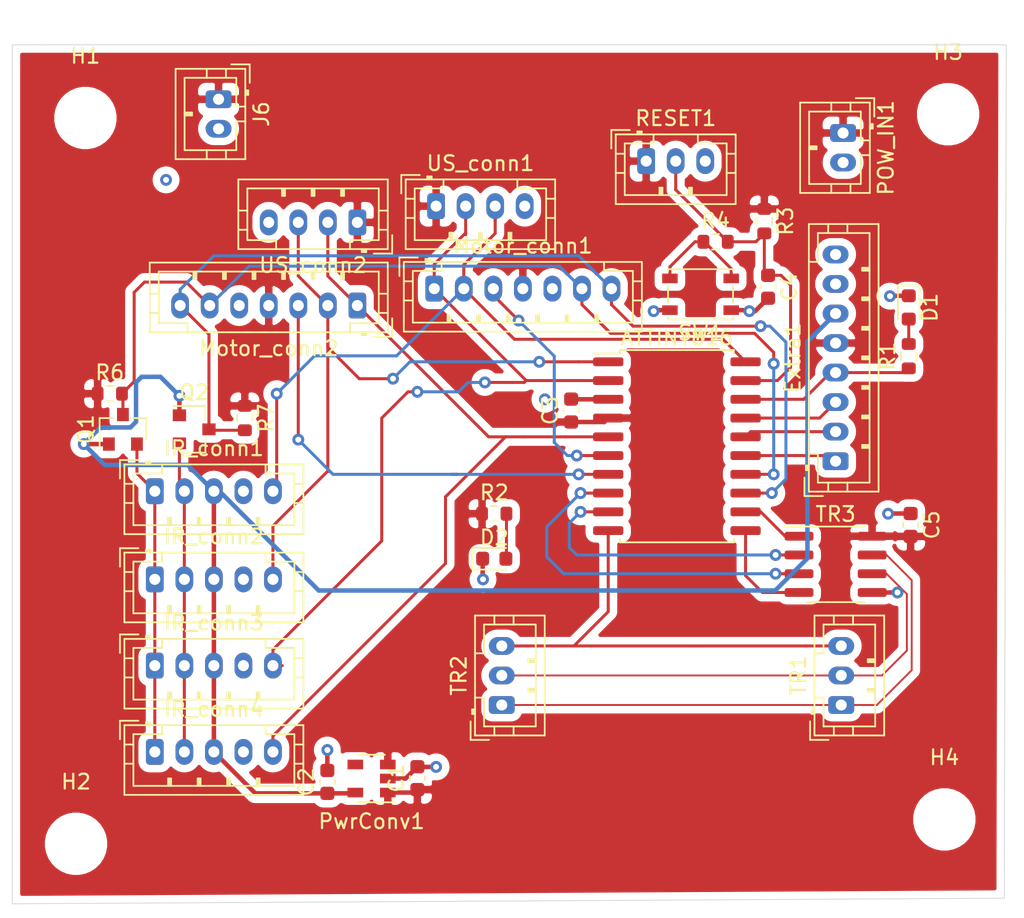
<source format=kicad_pcb>
(kicad_pcb (version 20171130) (host pcbnew "(5.1.9)-1")
  (layers (0 F.Cu signal) (1 In1.Cu signal) (2 In2.Cu signal) (31 B.Cu signal) (35 F.Paste user) (37 F.SilkS user) (39 F.Mask user) (44 Edge.Cuts user))
  (net 0 "")
  (net 1 GND)
  (net 2 +5V)
  (net 3 +3V3)
  (net 4 "Net-(D1-Pad2)")
  (net 5 "Net-(D2-Pad2)")
  (net 6 /ECHO1)
  (net 7 /SDA_3V3)
  (net 8 /SCL_3V3)
  (net 9 /ECHO2)
  (net 10 /Out3)
  (net 11 /Out4)
  (net 12 /Interrupt)
  (net 13 /DIR1)
  (net 14 /SDA)
  (net 15 /SCL)
  (net 16 /DIR2)
  (net 17 "Net-(R4-Pad1)")
  (net 18 /TXD)
  (net 19 /DataDirWrite)
  (net 20 /~DataDirRead)
  (net 21 /RXD)
  (net 22 "Net-(ATTINY816-Pad19)")
  (net 23 "Net-(ATTINY816-Pad18)")
  (net 24 "Net-(ATTINY816-Pad17)")
  (net 25 "Net-(ATTINY816-Pad16)")
  (net 26 "Net-(PwrConv1-Pad4)")
  (net 27 /D-)
  (net 28 /D+)
  (net 29 "Net-(ATTINY816-Pad15)")
  (module MountingHole:MountingHole_3.2mm_M3 (layer F.Cu) (at 173.609 77.851)
    (fp_text reference H4 (at 0 -4.2) (layer F.SilkS))
    (fp_text value MountingHole)
    (pad 1 np_thru_hole circle (at 0 0) (size 3.2 3.2) (drill 3.2) (layers *.Cu *.Mask))
  )
  (module MountingHole:MountingHole_3.2mm_M3 (layer F.Cu) (at 173.863 30.099)
    (fp_text reference H3 (at 0 -4.2) (layer F.SilkS))
    (fp_text value MountingHole)
    (pad 1 np_thru_hole circle (at 0 0) (size 3.2 3.2) (drill 3.2) (layers *.Cu *.Mask))
  )
  (module MountingHole:MountingHole_3.2mm_M3 (layer F.Cu) (at 114.808 79.502)
    (fp_text reference H2 (at 0 -4.2) (layer F.SilkS))
    (fp_text value MountingHole)
    (pad 1 np_thru_hole circle (at 0 0) (size 3.2 3.2) (drill 3.2) (layers *.Cu *.Mask))
  )
  (module MountingHole:MountingHole_3.2mm_M3 (layer F.Cu) (at 115.443 30.353)
    (fp_text reference H1 (at 0 -4.2) (layer F.SilkS))
    (fp_text value MountingHole)
    (pad 1 np_thru_hole circle (at 0 0) (size 3.2 3.2) (drill 3.2) (layers *.Cu *.Mask))
  )
  (module Connector_JST:JST_PH_B4B-PH-K_1x04_P2.00mm_Vertical (layer F.Cu) (at 133.858 37.422 180)
    (fp_text reference US_conn2 (at 3 -2.9) (layer F.SilkS))
    (fp_text value Ultra2)
    (pad 4 thru_hole oval (at 6 0 180) (size 1.2 1.75) (drill 0.75) (layers *.Cu *.Mask) (net 1 GND))
    (pad 3 thru_hole oval (at 4 0 180) (size 1.2 1.75) (drill 0.75) (layers *.Cu *.Mask) (net 9 /ECHO2))
    (pad 2 thru_hole oval (at 2 0 180) (size 1.2 1.75) (drill 0.75) (layers *.Cu *.Mask) (net 11 /Out4))
    (pad 1 thru_hole roundrect (at 0 0 180) (size 1.2 1.75) (drill 0.75) (layers *.Cu *.Mask) (roundrect_rratio 0.208333) (net 2 +5V))
  )
  (module Connector_JST:JST_PH_B4B-PH-K_1x04_P2.00mm_Vertical (layer F.Cu) (at 139.192 36.322)
    (fp_text reference US_conn1 (at 3 -2.9) (layer F.SilkS))
    (fp_text value Ultra1)
    (pad 4 thru_hole oval (at 6 0) (size 1.2 1.75) (drill 0.75) (layers *.Cu *.Mask) (net 1 GND))
    (pad 3 thru_hole oval (at 4 0) (size 1.2 1.75) (drill 0.75) (layers *.Cu *.Mask) (net 6 /ECHO1))
    (pad 2 thru_hole oval (at 2 0) (size 1.2 1.75) (drill 0.75) (layers *.Cu *.Mask) (net 10 /Out3))
    (pad 1 thru_hole roundrect (at 0 0) (size 1.2 1.75) (drill 0.75) (layers *.Cu *.Mask) (roundrect_rratio 0.208333) (net 2 +5V))
  )
  (module Package_SO:SOIC-8_3.9x4.9mm_P1.27mm (layer F.Cu) (at 166.243 60.579)
    (fp_text reference TR3 (at 0 -3.4) (layer F.SilkS))
    (fp_text value SP485CN-L_TR)
    (pad 8 smd roundrect (at 2.475 -1.905) (size 1.95 0.6) (layers F.Cu F.Paste F.Mask) (net 2 +5V))
    (pad 7 smd roundrect (at 2.475 -0.635) (size 1.95 0.6) (layers F.Cu F.Paste F.Mask) (net 27 /D-))
    (pad 6 smd roundrect (at 2.475 0.635) (size 1.95 0.6) (layers F.Cu F.Paste F.Mask) (net 28 /D+))
    (pad 5 smd roundrect (at 2.475 1.905) (size 1.95 0.6) (layers F.Cu F.Paste F.Mask) (net 1 GND))
    (pad 4 smd roundrect (at -2.475 1.905) (size 1.95 0.6) (layers F.Cu F.Paste F.Mask) (net 18 /TXD))
    (pad 3 smd roundrect (at -2.475 0.635) (size 1.95 0.6) (layers F.Cu F.Paste F.Mask) (net 19 /DataDirWrite))
    (pad 2 smd roundrect (at -2.475 -0.635) (size 1.95 0.6) (layers F.Cu F.Paste F.Mask) (net 20 /~DataDirRead))
    (pad 1 smd roundrect (at -2.475 -1.905) (size 1.95 0.6) (layers F.Cu F.Paste F.Mask) (net 21 /RXD))
  )
  (module Connector_JST:JST_PH_B3B-PH-K_1x03_P2.00mm_Vertical (layer F.Cu) (at 143.637 70.104 90)
    (fp_text reference TR2 (at 2 -2.9 90) (layer F.SilkS))
    (fp_text value Conn_01x03_Male)
    (pad 3 thru_hole oval (at 4 0 90) (size 1.2 1.75) (drill 0.75) (layers *.Cu *.Mask) (net 12 /Interrupt))
    (pad 2 thru_hole oval (at 2 0 90) (size 1.2 1.75) (drill 0.75) (layers *.Cu *.Mask) (net 28 /D+))
    (pad 1 thru_hole roundrect (at 0 0 90) (size 1.2 1.75) (drill 0.75) (layers *.Cu *.Mask) (roundrect_rratio 0.208333) (net 27 /D-))
  )
  (module Connector_JST:JST_PH_B3B-PH-K_1x03_P2.00mm_Vertical (layer F.Cu) (at 166.624 70.104 90)
    (fp_text reference TR1 (at 2 -2.9 90) (layer F.SilkS))
    (fp_text value Conn_01x03_Male)
    (pad 3 thru_hole oval (at 4 0 90) (size 1.2 1.75) (drill 0.75) (layers *.Cu *.Mask) (net 12 /Interrupt))
    (pad 2 thru_hole oval (at 2 0 90) (size 1.2 1.75) (drill 0.75) (layers *.Cu *.Mask) (net 28 /D+))
    (pad 1 thru_hole roundrect (at 0 0 90) (size 1.2 1.75) (drill 0.75) (layers *.Cu *.Mask) (roundrect_rratio 0.208333) (net 27 /D-))
  )
  (module SimpleUCLib:SW_SPST_PTS815 (layer F.Cu) (at 157.099 42.291 180)
    (fp_text reference SW1 (at 0 -2.6) (layer F.SilkS))
    (fp_text value SW_Push)
    (pad 2 smd rect (at 2.075 1.075 180) (size 1.05 0.65) (layers F.Cu F.Paste F.Mask) (net 17 "Net-(R4-Pad1)"))
    (pad 2 smd rect (at -2.075 1.075 180) (size 1.05 0.65) (layers F.Cu F.Paste F.Mask) (net 17 "Net-(R4-Pad1)"))
    (pad 1 smd rect (at 2.075 -1.075 180) (size 1.05 0.65) (layers F.Cu F.Paste F.Mask) (net 1 GND))
    (pad 1 smd rect (at -2.075 -1.075 180) (size 1.05 0.65) (layers F.Cu F.Paste F.Mask) (net 1 GND))
  )
  (module Connector_JST:JST_PH_B3B-PH-K_1x03_P2.00mm_Vertical (layer F.Cu) (at 153.416 33.274)
    (fp_text reference RESET1 (at 2 -2.9) (layer F.SilkS))
    (fp_text value Conn_01x03_Male)
    (pad 3 thru_hole oval (at 4 0) (size 1.2 1.75) (drill 0.75) (layers *.Cu *.Mask) (net 1 GND))
    (pad 2 thru_hole oval (at 2 0) (size 1.2 1.75) (drill 0.75) (layers *.Cu *.Mask) (net 22 "Net-(ATTINY816-Pad19)"))
    (pad 1 thru_hole roundrect (at 0 0) (size 1.2 1.75) (drill 0.75) (layers *.Cu *.Mask) (roundrect_rratio 0.208333) (net 2 +5V))
  )
  (module Resistor_SMD:R_0603_1608Metric (layer F.Cu) (at 126.238 50.673 270)
    (fp_text reference R7 (at 0 -1.43 90) (layer F.SilkS))
    (fp_text value 2k2)
    (pad 2 smd roundrect (at 0.825 0 270) (size 0.8 0.95) (layers F.Cu F.Paste F.Mask) (net 14 /SDA))
    (pad 1 smd roundrect (at -0.825 0 270) (size 0.8 0.95) (layers F.Cu F.Paste F.Mask) (net 2 +5V))
  )
  (module Resistor_SMD:R_0603_1608Metric (layer F.Cu) (at 117.094 49.022)
    (fp_text reference R6 (at 0 -1.43) (layer F.SilkS))
    (fp_text value 2k2)
    (pad 2 smd roundrect (at 0.825 0) (size 0.8 0.95) (layers F.Cu F.Paste F.Mask) (net 15 /SCL))
    (pad 1 smd roundrect (at -0.825 0) (size 0.8 0.95) (layers F.Cu F.Paste F.Mask) (net 2 +5V))
  )
  (module Resistor_SMD:R_0603_1608Metric (layer F.Cu) (at 158.115 38.735)
    (fp_text reference R4 (at 0 -1.43) (layer F.SilkS))
    (fp_text value 330)
    (pad 2 smd roundrect (at 0.825 0) (size 0.8 0.95) (layers F.Cu F.Paste F.Mask) (net 22 "Net-(ATTINY816-Pad19)"))
    (pad 1 smd roundrect (at -0.825 0) (size 0.8 0.95) (layers F.Cu F.Paste F.Mask) (net 17 "Net-(R4-Pad1)"))
  )
  (module Resistor_SMD:R_0603_1608Metric (layer F.Cu) (at 161.417 37.338 270)
    (fp_text reference R3 (at 0 -1.43 90) (layer F.SilkS))
    (fp_text value 10k)
    (pad 2 smd roundrect (at 0.825 0 270) (size 0.8 0.95) (layers F.Cu F.Paste F.Mask) (net 22 "Net-(ATTINY816-Pad19)"))
    (pad 1 smd roundrect (at -0.825 0 270) (size 0.8 0.95) (layers F.Cu F.Paste F.Mask) (net 2 +5V))
  )
  (module Resistor_SMD:R_0603_1608Metric (layer F.Cu) (at 143.129 57.15)
    (fp_text reference R2 (at 0 -1.43) (layer F.SilkS))
    (fp_text value R)
    (pad 2 smd roundrect (at 0.825 0) (size 0.8 0.95) (layers F.Cu F.Paste F.Mask) (net 5 "Net-(D2-Pad2)"))
    (pad 1 smd roundrect (at -0.825 0) (size 0.8 0.95) (layers F.Cu F.Paste F.Mask) (net 2 +5V))
  )
  (module Resistor_SMD:R_0603_1608Metric (layer F.Cu) (at 171.196 46.482 90)
    (fp_text reference R1 (at 0 -1.43 90) (layer F.SilkS))
    (fp_text value R)
    (pad 2 smd roundrect (at 0.825 0 90) (size 0.8 0.95) (layers F.Cu F.Paste F.Mask) (net 4 "Net-(D1-Pad2)"))
    (pad 1 smd roundrect (at -0.825 0 90) (size 0.8 0.95) (layers F.Cu F.Paste F.Mask) (net 23 "Net-(ATTINY816-Pad18)"))
  )
  (module Package_TO_SOT_SMD:SOT-23 (layer F.Cu) (at 122.809 51.435)
    (fp_text reference Q2 (at 0 -2.5) (layer F.SilkS))
    (fp_text value BSS138)
    (pad 3 smd rect (at 1 0) (size 0.9 0.8) (layers F.Cu F.Paste F.Mask) (net 14 /SDA))
    (pad 2 smd rect (at -1 0.95) (size 0.9 0.8) (layers F.Cu F.Paste F.Mask) (net 7 /SDA_3V3))
    (pad 1 smd rect (at -1 -0.95) (size 0.9 0.8) (layers F.Cu F.Paste F.Mask) (net 3 +3V3))
  )
  (module Package_TO_SOT_SMD:SOT-23 (layer F.Cu) (at 117.983 51.435 90)
    (fp_text reference Q1 (at 0 -2.5 90) (layer F.SilkS))
    (fp_text value BSS138)
    (pad 3 smd rect (at 1 0 90) (size 0.9 0.8) (layers F.Cu F.Paste F.Mask) (net 15 /SCL))
    (pad 2 smd rect (at -1 0.95 90) (size 0.9 0.8) (layers F.Cu F.Paste F.Mask) (net 8 /SCL_3V3))
    (pad 1 smd rect (at -1 -0.95 90) (size 0.9 0.8) (layers F.Cu F.Paste F.Mask) (net 3 +3V3))
  )
  (module Package_TO_SOT_SMD:SOT-23-5 (layer F.Cu) (at 134.821 75.082 180)
    (fp_text reference PwrConv1 (at 0 -2.9) (layer F.SilkS))
    (fp_text value AP7366)
    (pad 5 smd rect (at 1.1 -0.95 180) (size 1.06 0.65) (layers F.Cu F.Paste F.Mask) (net 3 +3V3))
    (pad 4 smd rect (at 1.1 0.95 180) (size 1.06 0.65) (layers F.Cu F.Paste F.Mask) (net 26 "Net-(PwrConv1-Pad4)"))
    (pad 3 smd rect (at -1.1 0.95 180) (size 1.06 0.65) (layers F.Cu F.Paste F.Mask) (net 2 +5V))
    (pad 2 smd rect (at -1.1 0 180) (size 1.06 0.65) (layers F.Cu F.Paste F.Mask) (net 1 GND))
    (pad 1 smd rect (at -1.1 -0.95 180) (size 1.06 0.65) (layers F.Cu F.Paste F.Mask) (net 2 +5V))
  )
  (module Connector_JST:JST_PH_B2B-PH-K_1x02_P2.00mm_Vertical (layer F.Cu) (at 166.751 31.369 270)
    (fp_text reference POW_IN1 (at 1 -2.9 90) (layer F.SilkS))
    (fp_text value Conn_01x02_Female)
    (pad 2 thru_hole oval (at 2 0 270) (size 1.2 1.75) (drill 0.75) (layers *.Cu *.Mask) (net 1 GND))
    (pad 1 thru_hole roundrect (at 0 0 270) (size 1.2 1.75) (drill 0.75) (layers *.Cu *.Mask) (roundrect_rratio 0.208333) (net 2 +5V))
  )
  (module Connector_JST:JST_PH_B7B-PH-K_1x07_P2.00mm_Vertical (layer F.Cu) (at 133.858 43.053 180)
    (fp_text reference Motor_conn2 (at 6 -2.9) (layer F.SilkS))
    (fp_text value Motor2)
    (pad 7 thru_hole oval (at 12 0 180) (size 1.2 1.75) (drill 0.75) (layers *.Cu *.Mask) (net 14 /SDA))
    (pad 6 thru_hole oval (at 10 0 180) (size 1.2 1.75) (drill 0.75) (layers *.Cu *.Mask) (net 15 /SCL))
    (pad 5 thru_hole oval (at 8 0 180) (size 1.2 1.75) (drill 0.75) (layers *.Cu *.Mask) (net 1 GND))
    (pad 4 thru_hole oval (at 6 0 180) (size 1.2 1.75) (drill 0.75) (layers *.Cu *.Mask) (net 2 +5V))
    (pad 3 thru_hole oval (at 4 0 180) (size 1.2 1.75) (drill 0.75) (layers *.Cu *.Mask) (net 16 /DIR2))
    (pad 2 thru_hole oval (at 2 0 180) (size 1.2 1.75) (drill 0.75) (layers *.Cu *.Mask) (net 9 /ECHO2))
    (pad 1 thru_hole roundrect (at 0 0 180) (size 1.2 1.75) (drill 0.75) (layers *.Cu *.Mask) (roundrect_rratio 0.208333) (net 11 /Out4))
  )
  (module Connector_JST:JST_PH_B7B-PH-K_1x07_P2.00mm_Vertical (layer F.Cu) (at 139.065 41.91)
    (fp_text reference Motor_conn1 (at 6 -2.9) (layer F.SilkS))
    (fp_text value Motor1)
    (pad 7 thru_hole oval (at 12 0) (size 1.2 1.75) (drill 0.75) (layers *.Cu *.Mask) (net 14 /SDA))
    (pad 6 thru_hole oval (at 10 0) (size 1.2 1.75) (drill 0.75) (layers *.Cu *.Mask) (net 15 /SCL))
    (pad 5 thru_hole oval (at 8 0) (size 1.2 1.75) (drill 0.75) (layers *.Cu *.Mask) (net 1 GND))
    (pad 4 thru_hole oval (at 6 0) (size 1.2 1.75) (drill 0.75) (layers *.Cu *.Mask) (net 2 +5V))
    (pad 3 thru_hole oval (at 4 0) (size 1.2 1.75) (drill 0.75) (layers *.Cu *.Mask) (net 13 /DIR1))
    (pad 2 thru_hole oval (at 2 0) (size 1.2 1.75) (drill 0.75) (layers *.Cu *.Mask) (net 6 /ECHO1))
    (pad 1 thru_hole roundrect (at 0 0) (size 1.2 1.75) (drill 0.75) (layers *.Cu *.Mask) (roundrect_rratio 0.208333) (net 10 /Out3))
  )
  (module Connector_JST:JST_PH_B2B-PH-K_1x02_P2.00mm_Vertical (layer F.Cu) (at 124.46 29.083 270)
    (fp_text reference J6 (at 1 -2.9 90) (layer F.SilkS))
    (fp_text value Conn_01x02_Female)
    (pad 2 thru_hole oval (at 2 0 270) (size 1.2 1.75) (drill 0.75) (layers *.Cu *.Mask) (net 1 GND))
    (pad 1 thru_hole roundrect (at 0 0 270) (size 1.2 1.75) (drill 0.75) (layers *.Cu *.Mask) (roundrect_rratio 0.208333) (net 2 +5V))
  )
  (module Connector_JST:JST_PH_B5B-PH-K_1x05_P2.00mm_Vertical (layer F.Cu) (at 120.142 73.279)
    (fp_text reference IR_conn4 (at 4 -2.9) (layer F.SilkS))
    (fp_text value IR4)
    (pad 5 thru_hole oval (at 8 0) (size 1.2 1.75) (drill 0.75) (layers *.Cu *.Mask) (net 11 /Out4))
    (pad 4 thru_hole oval (at 6 0) (size 1.2 1.75) (drill 0.75) (layers *.Cu *.Mask) (net 1 GND))
    (pad 3 thru_hole oval (at 4 0) (size 1.2 1.75) (drill 0.75) (layers *.Cu *.Mask) (net 3 +3V3))
    (pad 2 thru_hole oval (at 2 0) (size 1.2 1.75) (drill 0.75) (layers *.Cu *.Mask) (net 7 /SDA_3V3))
    (pad 1 thru_hole roundrect (at 0 0) (size 1.2 1.75) (drill 0.75) (layers *.Cu *.Mask) (roundrect_rratio 0.208333) (net 8 /SCL_3V3))
  )
  (module Connector_JST:JST_PH_B5B-PH-K_1x05_P2.00mm_Vertical (layer F.Cu) (at 120.142 67.437)
    (fp_text reference IR_conn3 (at 4 -2.9) (layer F.SilkS))
    (fp_text value IR3)
    (pad 5 thru_hole oval (at 8 0) (size 1.2 1.75) (drill 0.75) (layers *.Cu *.Mask) (net 10 /Out3))
    (pad 4 thru_hole oval (at 6 0) (size 1.2 1.75) (drill 0.75) (layers *.Cu *.Mask) (net 1 GND))
    (pad 3 thru_hole oval (at 4 0) (size 1.2 1.75) (drill 0.75) (layers *.Cu *.Mask) (net 3 +3V3))
    (pad 2 thru_hole oval (at 2 0) (size 1.2 1.75) (drill 0.75) (layers *.Cu *.Mask) (net 7 /SDA_3V3))
    (pad 1 thru_hole roundrect (at 0 0) (size 1.2 1.75) (drill 0.75) (layers *.Cu *.Mask) (roundrect_rratio 0.208333) (net 8 /SCL_3V3))
  )
  (module Connector_JST:JST_PH_B5B-PH-K_1x05_P2.00mm_Vertical (layer F.Cu) (at 120.142 61.595)
    (fp_text reference IR_conn2 (at 4 -2.9) (layer F.SilkS))
    (fp_text value IR2)
    (pad 5 thru_hole oval (at 8 0) (size 1.2 1.75) (drill 0.75) (layers *.Cu *.Mask) (net 9 /ECHO2))
    (pad 4 thru_hole oval (at 6 0) (size 1.2 1.75) (drill 0.75) (layers *.Cu *.Mask) (net 1 GND))
    (pad 3 thru_hole oval (at 4 0) (size 1.2 1.75) (drill 0.75) (layers *.Cu *.Mask) (net 3 +3V3))
    (pad 2 thru_hole oval (at 2 0) (size 1.2 1.75) (drill 0.75) (layers *.Cu *.Mask) (net 7 /SDA_3V3))
    (pad 1 thru_hole roundrect (at 0 0) (size 1.2 1.75) (drill 0.75) (layers *.Cu *.Mask) (roundrect_rratio 0.208333) (net 8 /SCL_3V3))
  )
  (module Connector_JST:JST_PH_B5B-PH-K_1x05_P2.00mm_Vertical (layer F.Cu) (at 120.142 55.626)
    (fp_text reference IR_conn1 (at 4 -2.9) (layer F.SilkS))
    (fp_text value IR1)
    (pad 5 thru_hole oval (at 8 0) (size 1.2 1.75) (drill 0.75) (layers *.Cu *.Mask) (net 6 /ECHO1))
    (pad 4 thru_hole oval (at 6 0) (size 1.2 1.75) (drill 0.75) (layers *.Cu *.Mask) (net 1 GND))
    (pad 3 thru_hole oval (at 4 0) (size 1.2 1.75) (drill 0.75) (layers *.Cu *.Mask) (net 3 +3V3))
    (pad 2 thru_hole oval (at 2 0) (size 1.2 1.75) (drill 0.75) (layers *.Cu *.Mask) (net 7 /SDA_3V3))
    (pad 1 thru_hole roundrect (at 0 0) (size 1.2 1.75) (drill 0.75) (layers *.Cu *.Mask) (roundrect_rratio 0.208333) (net 8 /SCL_3V3))
  )
  (module Connector_JST:JST_PH_B8B-PH-K_1x08_P2.00mm_Vertical (layer F.Cu) (at 166.243 53.594 90)
    (fp_text reference Extra1 (at 7 -2.9 90) (layer F.SilkS))
    (fp_text value Conn_01x08_Male)
    (pad 8 thru_hole oval (at 14 0 90) (size 1.2 1.75) (drill 0.75) (layers *.Cu *.Mask) (net 1 GND))
    (pad 7 thru_hole oval (at 12 0 90) (size 1.2 1.75) (drill 0.75) (layers *.Cu *.Mask) (net 1 GND))
    (pad 6 thru_hole oval (at 10 0 90) (size 1.2 1.75) (drill 0.75) (layers *.Cu *.Mask) (net 3 +3V3))
    (pad 5 thru_hole oval (at 8 0 90) (size 1.2 1.75) (drill 0.75) (layers *.Cu *.Mask) (net 2 +5V))
    (pad 4 thru_hole oval (at 6 0 90) (size 1.2 1.75) (drill 0.75) (layers *.Cu *.Mask) (net 23 "Net-(ATTINY816-Pad18)"))
    (pad 3 thru_hole oval (at 4 0 90) (size 1.2 1.75) (drill 0.75) (layers *.Cu *.Mask) (net 24 "Net-(ATTINY816-Pad17)"))
    (pad 2 thru_hole oval (at 2 0 90) (size 1.2 1.75) (drill 0.75) (layers *.Cu *.Mask) (net 25 "Net-(ATTINY816-Pad16)"))
    (pad 1 thru_hole roundrect (at 0 0 90) (size 1.2 1.75) (drill 0.75) (layers *.Cu *.Mask) (roundrect_rratio 0.208333) (net 29 "Net-(ATTINY816-Pad15)"))
  )
  (module LED_SMD:LED_0603_1608Metric (layer F.Cu) (at 143.129 60.198)
    (fp_text reference D2 (at 0 -1.43) (layer F.SilkS))
    (fp_text value LED)
    (pad 2 smd roundrect (at 0.7875 0) (size 0.875 0.95) (layers F.Cu F.Paste F.Mask) (net 5 "Net-(D2-Pad2)"))
    (pad 1 smd roundrect (at -0.7875 0) (size 0.875 0.95) (layers F.Cu F.Paste F.Mask) (net 1 GND))
  )
  (module LED_SMD:LED_0603_1608Metric (layer F.Cu) (at 171.196 43.18 270)
    (fp_text reference D1 (at 0 -1.43 90) (layer F.SilkS))
    (fp_text value LED)
    (pad 2 smd roundrect (at 0.7875 0 270) (size 0.875 0.95) (layers F.Cu F.Paste F.Mask) (net 4 "Net-(D1-Pad2)"))
    (pad 1 smd roundrect (at -0.7875 0 270) (size 0.875 0.95) (layers F.Cu F.Paste F.Mask) (net 1 GND))
  )
  (module Capacitor_SMD:C_0603_1608Metric (layer F.Cu) (at 171.323 57.912 270)
    (fp_text reference C5 (at 0 -1.43 270) (layer F.SilkS))
    (fp_text value 1u)
    (pad 2 smd roundrect (at 0.775 0 270) (size 0.9 0.95) (layers F.Cu F.Paste F.Mask) (net 2 +5V))
    (pad 1 smd roundrect (at -0.775 0 270) (size 0.9 0.95) (layers F.Cu F.Paste F.Mask) (net 1 GND))
  )
  (module Capacitor_SMD:C_0603_1608Metric (layer F.Cu) (at 161.671 41.783 270)
    (fp_text reference C4 (at 0 -1.43 90) (layer F.SilkS))
    (fp_text value 100n)
    (pad 2 smd roundrect (at 0.775 0 270) (size 0.9 0.95) (layers F.Cu F.Paste F.Mask) (net 1 GND))
    (pad 1 smd roundrect (at -0.775 0 270) (size 0.9 0.95) (layers F.Cu F.Paste F.Mask) (net 22 "Net-(ATTINY816-Pad19)"))
  )
  (module Capacitor_SMD:C_0603_1608Metric (layer F.Cu) (at 148.336 50.165 90)
    (fp_text reference C3 (at 0 -1.43 90) (layer F.SilkS))
    (fp_text value 1u)
    (pad 2 smd roundrect (at 0.775 0 90) (size 0.9 0.95) (layers F.Cu F.Paste F.Mask) (net 1 GND))
    (pad 1 smd roundrect (at -0.775 0 90) (size 0.9 0.95) (layers F.Cu F.Paste F.Mask) (net 2 +5V))
  )
  (module Capacitor_SMD:C_0603_1608Metric (layer F.Cu) (at 131.826 75.311 90)
    (fp_text reference C2 (at 0 -1.43 90) (layer F.SilkS))
    (fp_text value 1u)
    (pad 2 smd roundrect (at 0.775 0 90) (size 0.9 0.95) (layers F.Cu F.Paste F.Mask) (net 1 GND))
    (pad 1 smd roundrect (at -0.775 0 90) (size 0.9 0.95) (layers F.Cu F.Paste F.Mask) (net 3 +3V3))
  )
  (module Capacitor_SMD:C_0603_1608Metric (layer F.Cu) (at 137.922 75.057 90)
    (fp_text reference C1 (at 0 -1.43 90) (layer F.SilkS))
    (fp_text value 1u)
    (pad 2 smd roundrect (at 0.775 0 90) (size 0.9 0.95) (layers F.Cu F.Paste F.Mask) (net 1 GND))
    (pad 1 smd roundrect (at -0.775 0 90) (size 0.9 0.95) (layers F.Cu F.Paste F.Mask) (net 2 +5V))
  )
  (module Package_SO:SOIC-20W_7.5x12.8mm_P1.27mm (layer F.Cu) (at 155.497 52.578)
    (fp_text reference ATTINY816 (at 0 -7.35) (layer F.SilkS))
    (fp_text value ATtiny816-SS)
    (pad 20 smd roundrect (at 4.65 -5.715) (size 2.05 0.6) (layers F.Cu F.Paste F.Mask) (net 6 /ECHO1))
    (pad 19 smd roundrect (at 4.65 -4.445) (size 2.05 0.6) (layers F.Cu F.Paste F.Mask) (net 22 "Net-(ATTINY816-Pad19)"))
    (pad 18 smd roundrect (at 4.65 -3.175) (size 2.05 0.6) (layers F.Cu F.Paste F.Mask) (net 23 "Net-(ATTINY816-Pad18)"))
    (pad 17 smd roundrect (at 4.65 -1.905) (size 2.05 0.6) (layers F.Cu F.Paste F.Mask) (net 24 "Net-(ATTINY816-Pad17)"))
    (pad 16 smd roundrect (at 4.65 -0.635) (size 2.05 0.6) (layers F.Cu F.Paste F.Mask) (net 25 "Net-(ATTINY816-Pad16)"))
    (pad 15 smd roundrect (at 4.65 0.635) (size 2.05 0.6) (layers F.Cu F.Paste F.Mask) (net 29 "Net-(ATTINY816-Pad15)"))
    (pad 14 smd roundrect (at 4.65 1.905) (size 2.05 0.6) (layers F.Cu F.Paste F.Mask) (net 15 /SCL))
    (pad 13 smd roundrect (at 4.65 3.175) (size 2.05 0.6) (layers F.Cu F.Paste F.Mask) (net 14 /SDA))
    (pad 12 smd roundrect (at 4.65 4.445) (size 2.05 0.6) (layers F.Cu F.Paste F.Mask) (net 21 /RXD))
    (pad 11 smd roundrect (at 4.65 5.715) (size 2.05 0.6) (layers F.Cu F.Paste F.Mask) (net 18 /TXD))
    (pad 10 smd roundrect (at -4.65 5.715) (size 2.05 0.6) (layers F.Cu F.Paste F.Mask) (net 12 /Interrupt))
    (pad 9 smd roundrect (at -4.65 4.445) (size 2.05 0.6) (layers F.Cu F.Paste F.Mask) (net 20 /~DataDirRead))
    (pad 8 smd roundrect (at -4.65 3.175) (size 2.05 0.6) (layers F.Cu F.Paste F.Mask) (net 19 /DataDirWrite))
    (pad 7 smd roundrect (at -4.65 1.905) (size 2.05 0.6) (layers F.Cu F.Paste F.Mask) (net 16 /DIR2))
    (pad 6 smd roundrect (at -4.65 0.635) (size 2.05 0.6) (layers F.Cu F.Paste F.Mask) (net 13 /DIR1))
    (pad 5 smd roundrect (at -4.65 -0.635) (size 2.05 0.6) (layers F.Cu F.Paste F.Mask) (net 11 /Out4))
    (pad 4 smd roundrect (at -4.65 -1.905) (size 2.05 0.6) (layers F.Cu F.Paste F.Mask) (net 2 +5V))
    (pad 3 smd roundrect (at -4.65 -3.175) (size 2.05 0.6) (layers F.Cu F.Paste F.Mask) (net 1 GND))
    (pad 2 smd roundrect (at -4.65 -4.445) (size 2.05 0.6) (layers F.Cu F.Paste F.Mask) (net 10 /Out3))
    (pad 1 smd roundrect (at -4.65 -5.715) (size 2.05 0.6) (layers F.Cu F.Paste F.Mask) (net 9 /ECHO2))
  )
  (gr_line (start 112.522 25.4) (end 110.49 25.4) (layer Edge.Cuts) (width 0.05))
  (gr_line (start 110.49 83.566) (end 110.49 80.899) (layer Edge.Cuts) (width 0.05))
  (gr_line (start 177.673 83.185) (end 110.49 83.566) (layer Edge.Cuts) (width 0.05))
  (gr_line (start 177.673 80.899) (end 177.673 83.185) (layer Edge.Cuts) (width 0.05))
  (gr_line (start 177.673 80.899) (end 177.8 25.4) (layer Edge.Cuts) (width 0.05))
  (gr_line (start 110.49 25.4) (end 110.49 81.026) (layer Edge.Cuts) (width 0.05))
  (gr_line (start 177.8 25.4) (end 112.522 25.4) (layer Edge.Cuts) (width 0.05))
  (via (at 153.924 43.434) (size 0.8) (drill 0.4) (layers F.Cu B.Cu) (net 1))
  (via (at 142.367 61.595) (size 0.8) (drill 0.4) (layers F.Cu B.Cu) (net 1))
  (via (at 169.926 42.418) (size 0.8) (drill 0.4) (layers F.Cu B.Cu) (net 1))
  (via (at 160.401 43.434) (size 0.8) (drill 0.4) (layers F.Cu B.Cu) (net 1))
  (via (at 166.116 41.529) (size 0.8) (drill 0.4) (layers F.Cu B.Cu) (net 1))
  (via (at 166.243 39.624) (size 0.8) (drill 0.4) (layers F.Cu B.Cu) (net 1))
  (via (at 166.751 33.401) (size 0.8) (drill 0.4) (layers F.Cu B.Cu) (net 1))
  (via (at 157.48 33.147) (size 0.8) (drill 0.4) (layers F.Cu B.Cu) (net 1))
  (via (at 145.161 36.322) (size 0.8) (drill 0.4) (layers F.Cu B.Cu) (net 1))
  (via (at 147.066 41.91) (size 0.8) (drill 0.4) (layers F.Cu B.Cu) (net 1))
  (via (at 169.799 57.15) (size 0.8) (drill 0.4) (layers F.Cu B.Cu) (net 1))
  (via (at 170.434 62.484) (size 0.8) (drill 0.4) (layers F.Cu B.Cu) (net 1))
  (via (at 131.826 73.152) (size 0.8) (drill 0.4) (layers F.Cu B.Cu) (net 1))
  (via (at 125.857 43.053) (size 0.8) (drill 0.4) (layers F.Cu B.Cu) (net 1))
  (via (at 127.762 37.338) (size 0.8) (drill 0.4) (layers F.Cu B.Cu) (net 1))
  (via (at 120.904 34.544) (size 0.8) (drill 0.4) (layers F.Cu B.Cu) (net 1))
  (via (at 126.238 73.406) (size 0.8) (drill 0.4) (layers F.Cu B.Cu) (net 1))
  (via (at 126.111 67.564) (size 0.8) (drill 0.4) (layers F.Cu B.Cu) (net 1))
  (via (at 126.238 61.595) (size 0.8) (drill 0.4) (layers F.Cu B.Cu) (net 1))
  (via (at 126.238 55.753) (size 0.8) (drill 0.4) (layers F.Cu B.Cu) (net 1))
  (segment (start 148.349 49.403) (end 148.336 49.39) (width 0.3048) (layer F.Cu) (net 1))
  (segment (start 150.847 49.403) (end 150.847 49.403) (width 0.3048) (layer F.Cu) (net 1))
  (segment (start 137.122 75.082) (end 137.922 74.282) (width 0.3048) (layer F.Cu) (net 1))
  (segment (start 135.921 75.082) (end 135.921 75.082) (width 0.3048) (layer F.Cu) (net 1))
  (segment (start 135.921 75.082) (end 137.122 75.082) (width 0.3048) (layer F.Cu) (net 1))
  (segment (start 137.922 74.282) (end 137.922 74.282) (width 0.3048) (layer F.Cu) (net 1))
  (via (at 139.192 74.295) (size 0.8) (drill 0.4) (layers F.Cu B.Cu) (net 1))
  (segment (start 150.847 49.403) (end 148.349 49.403) (width 0.3048) (layer F.Cu) (net 1))
  (segment (start 148.349 49.403) (end 148.349 49.403) (width 0.3048) (layer F.Cu) (net 1))
  (via (at 146.558 49.403) (size 0.8) (drill 0.4) (layers F.Cu B.Cu) (net 1))
  (segment (start 153.992 43.366) (end 153.924 43.434) (width 0.3048) (layer F.Cu) (net 1))
  (segment (start 155.024 43.366) (end 153.992 43.366) (width 0.3048) (layer F.Cu) (net 1))
  (segment (start 169.9515 42.3925) (end 169.926 42.418) (width 0.3048) (layer F.Cu) (net 1))
  (segment (start 171.196 42.3925) (end 169.9515 42.3925) (width 0.3048) (layer F.Cu) (net 1))
  (segment (start 169.812 57.137) (end 169.799 57.15) (width 0.3048) (layer F.Cu) (net 1))
  (segment (start 171.323 57.137) (end 169.812 57.137) (width 0.3048) (layer F.Cu) (net 1))
  (segment (start 170.374816 62.484) (end 170.404408 62.513592) (width 0.3048) (layer F.Cu) (net 1))
  (segment (start 168.718 62.484) (end 170.374816 62.484) (width 0.3048) (layer F.Cu) (net 1))
  (segment (start 137.935 74.295) (end 137.922 74.282) (width 0.3048) (layer F.Cu) (net 1))
  (segment (start 139.192 74.295) (end 137.935 74.295) (width 0.3048) (layer F.Cu) (net 1))
  (segment (start 131.826 74.536) (end 131.826 73.152) (width 0.3048) (layer F.Cu) (net 1))
  (segment (start 160.333 43.366) (end 160.401 43.434) (width 0.3048) (layer F.Cu) (net 1))
  (segment (start 159.174 43.366) (end 160.333 43.366) (width 0.3048) (layer F.Cu) (net 1))
  (segment (start 160.795 43.434) (end 161.671 42.558) (width 0.3048) (layer F.Cu) (net 1))
  (segment (start 160.401 43.434) (end 160.795 43.434) (width 0.3048) (layer F.Cu) (net 1))
  (segment (start 142.3415 61.5695) (end 142.367 61.595) (width 0.3048) (layer F.Cu) (net 1))
  (segment (start 142.3415 60.198) (end 142.3415 61.5695) (width 0.3048) (layer F.Cu) (net 1))
  (segment (start 150.58 50.94) (end 150.847 50.673) (width 0.3048) (layer F.Cu) (net 2))
  (segment (start 148.336 50.94) (end 150.58 50.94) (width 0.3048) (layer F.Cu) (net 2))
  (segment (start 137.722 76.032) (end 137.922 75.832) (width 0.3048) (layer F.Cu) (net 2))
  (segment (start 135.921 76.032) (end 137.722 76.032) (width 0.3048) (layer F.Cu) (net 2))
  (segment (start 171.31 58.674) (end 171.323 58.687) (width 0.3048) (layer F.Cu) (net 2))
  (segment (start 168.718 58.674) (end 171.31 58.674) (width 0.3048) (layer F.Cu) (net 2))
  (segment (start 121.809 50.485) (end 121.809 49.165) (width 0.3048) (layer F.Cu) (net 3))
  (segment (start 117.033 52.435) (end 115.332 52.435) (width 0.3048) (layer F.Cu) (net 3))
  (segment (start 121.809 49.165) (end 121.809 49.165) (width 0.3048) (layer F.Cu) (net 3))
  (via (at 121.809 49.165) (size 0.8) (drill 0.4) (layers F.Cu B.Cu) (net 3))
  (segment (start 115.332 52.435) (end 115.332 52.435) (width 0.3048) (layer F.Cu) (net 3))
  (segment (start 133.667 76.086) (end 133.721 76.032) (width 0.3048) (layer F.Cu) (net 3))
  (segment (start 131.826 76.086) (end 133.667 76.086) (width 0.3048) (layer F.Cu) (net 3))
  (segment (start 124.142 73.279) (end 124.142 67.437) (width 0.3048) (layer F.Cu) (net 3))
  (segment (start 124.142 67.437) (end 124.142 61.595) (width 0.3048) (layer F.Cu) (net 3))
  (segment (start 124.142 61.595) (end 124.142 55.626) (width 0.3048) (layer F.Cu) (net 3))
  (segment (start 126.949 76.086) (end 131.826 76.086) (width 0.3048) (layer F.Cu) (net 3))
  (segment (start 124.142 73.279) (end 126.949 76.086) (width 0.3048) (layer F.Cu) (net 3))
  (segment (start 166.243 43.594) (end 166.243 43.215911) (width 0.3048) (layer F.Cu) (net 3))
  (segment (start 115.332 52.435) (end 116.745 53.848) (width 0.3048) (layer B.Cu) (net 3))
  (segment (start 122.364 53.848) (end 124.142 55.626) (width 0.3048) (layer B.Cu) (net 3))
  (segment (start 116.745 53.848) (end 122.364 53.848) (width 0.3048) (layer B.Cu) (net 3))
  (segment (start 115.332 52.435) (end 116.459 51.308) (width 0.3048) (layer B.Cu) (net 3))
  (segment (start 116.459 51.308) (end 118.491 51.308) (width 0.3048) (layer B.Cu) (net 3))
  (segment (start 118.491 51.308) (end 118.872 50.927) (width 0.3048) (layer B.Cu) (net 3))
  (segment (start 118.872 50.927) (end 118.872 48.26) (width 0.3048) (layer B.Cu) (net 3))
  (segment (start 119.253 47.879) (end 118.872 48.26) (width 0.3048) (layer B.Cu) (net 3))
  (segment (start 120.523 47.879) (end 119.253 47.879) (width 0.3048) (layer B.Cu) (net 3))
  (segment (start 120.523 47.879) (end 121.809 49.165) (width 0.3048) (layer B.Cu) (net 3))
  (via (at 115.332 52.435) (size 0.8) (drill 0.4) (layers F.Cu B.Cu) (net 3))
  (segment (start 162.159153 62.347401) (end 164.338 60.168554) (width 0.3048) (layer B.Cu) (net 3))
  (segment (start 131.24149 62.347401) (end 162.159153 62.347401) (width 0.3048) (layer B.Cu) (net 3))
  (segment (start 124.520089 55.626) (end 131.24149 62.347401) (width 0.3048) (layer B.Cu) (net 3))
  (segment (start 124.142 55.626) (end 124.520089 55.626) (width 0.3048) (layer B.Cu) (net 3))
  (segment (start 164.338 45.499) (end 166.243 43.594) (width 0.3048) (layer B.Cu) (net 3))
  (segment (start 164.338 60.168554) (end 164.338 45.499) (width 0.3048) (layer B.Cu) (net 3))
  (segment (start 171.196 43.9675) (end 171.196 45.657) (width 0.2032) (layer F.Cu) (net 4))
  (segment (start 143.954 60.1605) (end 143.9165 60.198) (width 0.2032) (layer F.Cu) (net 5))
  (segment (start 143.954 57.15) (end 143.954 60.1605) (width 0.2032) (layer F.Cu) (net 5))
  (segment (start 141.065 40.291) (end 141.065 41.91) (width 0.2032) (layer F.Cu) (net 6))
  (segment (start 143.192 38.164) (end 141.9225 39.4335) (width 0.2032) (layer F.Cu) (net 6))
  (segment (start 141.065 41.91) (end 144.494 45.339) (width 0.2032) (layer F.Cu) (net 6))
  (segment (start 158.623 45.339) (end 160.147 46.863) (width 0.2032) (layer F.Cu) (net 6))
  (segment (start 144.494 45.339) (end 158.623 45.339) (width 0.2032) (layer F.Cu) (net 6))
  (via (at 128.397 49.022) (size 0.8) (drill 0.4) (layers F.Cu B.Cu) (net 6))
  (segment (start 141.9225 39.4335) (end 141.065 40.291) (width 0.2032) (layer F.Cu) (net 6))
  (segment (start 128.142 55.626) (end 128.142 55.119) (width 0.2032) (layer F.Cu) (net 6))
  (segment (start 136.515209 46.459791) (end 141.065 41.91) (width 0.2032) (layer B.Cu) (net 6))
  (segment (start 130.959209 46.459791) (end 136.515209 46.459791) (width 0.2032) (layer B.Cu) (net 6))
  (segment (start 128.397 49.022) (end 130.959209 46.459791) (width 0.2032) (layer B.Cu) (net 6))
  (segment (start 143.192 36.322) (end 143.192 37.275) (width 0.2032) (layer F.Cu) (net 6))
  (segment (start 143.192 37.275) (end 143.192 38.164) (width 0.2032) (layer F.Cu) (net 6))
  (segment (start 143.192 35.814) (end 143.192 37.275) (width 0.2032) (layer F.Cu) (net 6))
  (segment (start 128.397 55.371) (end 128.142 55.626) (width 0.2032) (layer F.Cu) (net 6))
  (segment (start 128.397 49.022) (end 128.397 55.371) (width 0.2032) (layer F.Cu) (net 6))
  (segment (start 121.809 55.293) (end 122.142 55.626) (width 0.2032) (layer F.Cu) (net 7))
  (segment (start 121.809 52.385) (end 121.809 55.293) (width 0.2032) (layer F.Cu) (net 7))
  (segment (start 122.142 73.279) (end 122.142 67.437) (width 0.2032) (layer F.Cu) (net 7))
  (segment (start 122.142 61.595) (end 122.142 67.437) (width 0.2032) (layer F.Cu) (net 7))
  (segment (start 122.142 55.626) (end 122.142 61.595) (width 0.2032) (layer F.Cu) (net 7))
  (segment (start 118.933 54.417) (end 120.142 55.626) (width 0.2032) (layer F.Cu) (net 8))
  (segment (start 118.933 52.435) (end 118.933 54.417) (width 0.2032) (layer F.Cu) (net 8))
  (segment (start 120.142 55.626) (end 120.142 61.595) (width 0.2032) (layer F.Cu) (net 8))
  (segment (start 120.142 61.595) (end 120.142 67.437) (width 0.2032) (layer F.Cu) (net 8))
  (segment (start 120.142 67.437) (end 120.142 73.279) (width 0.2032) (layer F.Cu) (net 8))
  (segment (start 129.858 41.053) (end 131.858 43.053) (width 0.2032) (layer F.Cu) (net 9))
  (segment (start 129.858 37.084) (end 129.858 41.053) (width 0.2032) (layer F.Cu) (net 9))
  (segment (start 131.858 43.053) (end 131.858 43.275) (width 0.2032) (layer F.Cu) (net 9))
  (segment (start 131.858 45.498) (end 131.858 45.879) (width 0.2032) (layer F.Cu) (net 9))
  (segment (start 131.858 45.498) (end 131.858 43.053) (width 0.2032) (layer F.Cu) (net 9))
  (segment (start 131.858 45.879) (end 133.985 48.006) (width 0.2032) (layer F.Cu) (net 9))
  (segment (start 133.985 48.006) (end 136.271 48.006) (width 0.2032) (layer F.Cu) (net 9))
  (segment (start 150.847 46.863) (end 148.844 46.863) (width 0.2032) (layer F.Cu) (net 9))
  (segment (start 148.844 46.863) (end 148.844 46.863) (width 0.2032) (layer F.Cu) (net 9))
  (via (at 146.177 46.863) (size 0.8) (drill 0.4) (layers F.Cu B.Cu) (net 9))
  (segment (start 136.271 48.006) (end 136.271 48.006) (width 0.2032) (layer F.Cu) (net 9))
  (via (at 136.271 48.006) (size 0.8) (drill 0.4) (layers F.Cu B.Cu) (net 9))
  (segment (start 146.177 46.863) (end 148.844 46.863) (width 0.2032) (layer F.Cu) (net 9))
  (segment (start 137.414 46.863) (end 136.271 48.006) (width 0.2032) (layer B.Cu) (net 9))
  (segment (start 146.177 46.863) (end 137.414 46.863) (width 0.2032) (layer B.Cu) (net 9))
  (segment (start 131.858 45.498) (end 131.858 54.261) (width 0.2032) (layer F.Cu) (net 9))
  (segment (start 131.858 54.261) (end 131.8895 54.2925) (width 0.2032) (layer F.Cu) (net 9))
  (segment (start 128.142 57.977) (end 131.858 54.261) (width 0.2032) (layer F.Cu) (net 9))
  (segment (start 128.142 61.595) (end 128.142 57.977) (width 0.2032) (layer F.Cu) (net 9))
  (segment (start 139.065 40.259) (end 141.192 38.132) (width 0.2032) (layer F.Cu) (net 10))
  (segment (start 139.065 41.91) (end 139.065 40.259) (width 0.2032) (layer F.Cu) (net 10))
  (segment (start 141.192 38.132) (end 141.192 38.259) (width 0.2032) (layer F.Cu) (net 10))
  (segment (start 145.288 48.133) (end 150.847 48.133) (width 0.2032) (layer F.Cu) (net 10))
  (segment (start 139.065 41.91) (end 145.288 48.133) (width 0.2032) (layer F.Cu) (net 10))
  (segment (start 137.922 48.895) (end 137.922 48.895) (width 0.2032) (layer F.Cu) (net 10))
  (via (at 137.922 48.895) (size 0.8) (drill 0.4) (layers F.Cu B.Cu) (net 10))
  (segment (start 137.922 48.895) (end 140.716 48.895) (width 0.2032) (layer B.Cu) (net 10))
  (segment (start 140.716 48.895) (end 141.351 48.26) (width 0.2032) (layer B.Cu) (net 10))
  (segment (start 141.351 48.26) (end 142.494 48.26) (width 0.2032) (layer B.Cu) (net 10))
  (segment (start 142.494 48.26) (end 142.494 48.26) (width 0.2032) (layer B.Cu) (net 10))
  (via (at 142.494 48.26) (size 0.8) (drill 0.4) (layers F.Cu B.Cu) (net 10))
  (segment (start 145.161 48.26) (end 145.288 48.133) (width 0.2032) (layer F.Cu) (net 10))
  (segment (start 142.494 48.26) (end 145.161 48.26) (width 0.2032) (layer F.Cu) (net 10))
  (segment (start 128.142 67.437) (end 128.778 67.437) (width 0.2032) (layer F.Cu) (net 10))
  (segment (start 141.192 36.322) (end 141.192 37.179) (width 0.2032) (layer F.Cu) (net 10))
  (segment (start 141.192 37.179) (end 141.192 38.132) (width 0.2032) (layer F.Cu) (net 10))
  (segment (start 141.192 35.814) (end 141.192 37.179) (width 0.2032) (layer F.Cu) (net 10))
  (segment (start 137.287 48.895) (end 137.922 48.895) (width 0.2032) (layer F.Cu) (net 10))
  (segment (start 135.509 50.673) (end 137.287 48.895) (width 0.2032) (layer F.Cu) (net 10))
  (segment (start 135.509 58.9918) (end 135.509 50.673) (width 0.2032) (layer F.Cu) (net 10))
  (segment (start 128.142 66.3588) (end 135.509 58.9918) (width 0.2032) (layer F.Cu) (net 10))
  (segment (start 128.142 67.437) (end 128.142 66.3588) (width 0.2032) (layer F.Cu) (net 10))
  (segment (start 131.858 41.053) (end 133.858 43.053) (width 0.2032) (layer F.Cu) (net 11))
  (segment (start 131.858 37.084) (end 131.858 41.053) (width 0.2032) (layer F.Cu) (net 11))
  (segment (start 147.955 51.943) (end 150.847 51.943) (width 0.2032) (layer F.Cu) (net 11))
  (segment (start 145.161 51.943) (end 147.955 51.943) (width 0.2032) (layer F.Cu) (net 11))
  (segment (start 133.858 43.053) (end 142.748 51.943) (width 0.2032) (layer F.Cu) (net 11))
  (segment (start 142.748 51.943) (end 143.891 51.943) (width 0.2032) (layer F.Cu) (net 11))
  (segment (start 143.891 51.943) (end 145.161 51.943) (width 0.2032) (layer F.Cu) (net 11))
  (segment (start 139.827 60.5158) (end 139.827 56.007) (width 0.2032) (layer F.Cu) (net 11))
  (segment (start 128.142 73.279) (end 128.142 72.2008) (width 0.2032) (layer F.Cu) (net 11))
  (segment (start 128.142 72.2008) (end 139.827 60.5158) (width 0.2032) (layer F.Cu) (net 11))
  (segment (start 143.891 51.943) (end 139.827 56.007) (width 0.2032) (layer F.Cu) (net 11))
  (segment (start 150.847 63.783) (end 148.526 66.104) (width 0.2032) (layer F.Cu) (net 12))
  (segment (start 150.847 58.293) (end 150.847 63.783) (width 0.2032) (layer F.Cu) (net 12))
  (segment (start 143.637 66.104) (end 148.526 66.104) (width 0.2032) (layer F.Cu) (net 12))
  (segment (start 148.526 66.104) (end 156.781 66.104) (width 0.2032) (layer F.Cu) (net 12))
  (segment (start 164.274 66.104) (end 164.148 66.104) (width 0.2032) (layer F.Cu) (net 12))
  (segment (start 156.781 66.104) (end 164.274 66.104) (width 0.2032) (layer F.Cu) (net 12))
  (segment (start 166.624 66.104) (end 164.274 66.104) (width 0.2032) (layer F.Cu) (net 12))
  (segment (start 143.065 41.91) (end 143.065 42.354) (width 0.2032) (layer F.Cu) (net 13))
  (segment (start 143.065 42.354) (end 144.78 44.069) (width 0.2032) (layer F.Cu) (net 13))
  (via (at 144.78 44.069) (size 0.8) (drill 0.4) (layers F.Cu B.Cu) (net 13))
  (segment (start 150.847 53.213) (end 148.717 53.213) (width 0.2032) (layer F.Cu) (net 13))
  (segment (start 148.717 53.213) (end 148.717 53.213) (width 0.2032) (layer F.Cu) (net 13))
  (via (at 148.717 53.213) (size 0.8) (drill 0.4) (layers F.Cu B.Cu) (net 13))
  (segment (start 148.082 53.213) (end 148.717 53.213) (width 0.2032) (layer B.Cu) (net 13))
  (segment (start 147.193 52.324) (end 148.082 53.213) (width 0.2032) (layer B.Cu) (net 13))
  (segment (start 147.193 46.482) (end 147.193 52.324) (width 0.2032) (layer B.Cu) (net 13))
  (segment (start 144.78 44.069) (end 147.193 46.482) (width 0.2032) (layer B.Cu) (net 13))
  (via (at 161.163 44.45) (size 0.8) (drill 0.4) (layers F.Cu B.Cu) (net 14))
  (segment (start 123.873 51.498) (end 123.809 51.562) (width 0.2032) (layer F.Cu) (net 14))
  (segment (start 126.238 51.498) (end 123.873 51.498) (width 0.2032) (layer F.Cu) (net 14))
  (segment (start 148.839399 39.684399) (end 151.065 41.91) (width 0.2032) (layer B.Cu) (net 14))
  (segment (start 160.147 55.753) (end 161.798 55.753) (width 0.2032) (layer F.Cu) (net 14))
  (segment (start 161.798 55.753) (end 161.925 55.753) (width 0.2032) (layer F.Cu) (net 14))
  (via (at 161.925 55.753) (size 0.8) (drill 0.4) (layers F.Cu B.Cu) (net 14))
  (segment (start 162.052 55.753) (end 161.798 55.753) (width 0.2032) (layer F.Cu) (net 14))
  (segment (start 151.065 42.9882) (end 152.5268 44.45) (width 0.2032) (layer F.Cu) (net 14))
  (segment (start 151.065 41.91) (end 151.065 42.9882) (width 0.2032) (layer F.Cu) (net 14))
  (segment (start 152.5268 44.45) (end 160.844224 44.45) (width 0.2032) (layer F.Cu) (net 14))
  (segment (start 160.844224 44.45) (end 161.163 44.45) (width 0.2032) (layer F.Cu) (net 14))
  (segment (start 162.880601 54.797399) (end 161.925 55.753) (width 0.2032) (layer B.Cu) (net 14))
  (segment (start 161.798 44.45) (end 162.880601 45.532601) (width 0.2032) (layer B.Cu) (net 14))
  (segment (start 162.880601 45.532601) (end 162.880601 54.797399) (width 0.2032) (layer B.Cu) (net 14))
  (segment (start 161.163 44.45) (end 161.798 44.45) (width 0.2032) (layer B.Cu) (net 14))
  (segment (start 121.858 43.053) (end 121.858 41.965798) (width 0.2032) (layer B.Cu) (net 14))
  (segment (start 124.139399 39.684399) (end 148.839399 39.684399) (width 0.2032) (layer B.Cu) (net 14))
  (segment (start 121.858 41.965798) (end 124.139399 39.684399) (width 0.2032) (layer B.Cu) (net 14))
  (segment (start 123.809 45.004) (end 121.858 43.053) (width 0.2032) (layer F.Cu) (net 14))
  (segment (start 123.809 51.435) (end 123.809 45.004) (width 0.2032) (layer F.Cu) (net 14))
  (segment (start 117.983 48.958) (end 117.983 50.562) (width 0.2032) (layer F.Cu) (net 15))
  (segment (start 122.27 41.465) (end 123.858 43.053) (width 0.2032) (layer F.Cu) (net 15))
  (segment (start 118.745 42.164) (end 119.444 41.465) (width 0.2032) (layer F.Cu) (net 15))
  (segment (start 119.444 41.465) (end 122.27 41.465) (width 0.2032) (layer F.Cu) (net 15))
  (segment (start 160.147 54.483) (end 162.179 54.483) (width 0.2032) (layer F.Cu) (net 15))
  (segment (start 162.179 54.483) (end 162.179 54.483) (width 0.2032) (layer F.Cu) (net 15))
  (via (at 162.052 54.483) (size 0.8) (drill 0.4) (layers F.Cu B.Cu) (net 15))
  (segment (start 151.01259 44.93579) (end 160.75979 44.93579) (width 0.2032) (layer F.Cu) (net 15))
  (segment (start 149.065 42.9882) (end 151.01259 44.93579) (width 0.2032) (layer F.Cu) (net 15))
  (segment (start 149.065 41.91) (end 149.065 42.9882) (width 0.2032) (layer F.Cu) (net 15))
  (segment (start 160.75979 44.93579) (end 162.052 46.228) (width 0.2032) (layer F.Cu) (net 15))
  (segment (start 162.052 46.228) (end 162.052 46.99) (width 0.2032) (layer F.Cu) (net 15))
  (segment (start 162.052 46.99) (end 162.052 46.99) (width 0.2032) (layer F.Cu) (net 15))
  (via (at 162.052 46.99) (size 0.8) (drill 0.4) (layers F.Cu B.Cu) (net 15))
  (segment (start 162.052 46.99) (end 162.052 46.99) (width 0.2032) (layer F.Cu) (net 15))
  (via (at 162.052 46.99) (size 0.8) (drill 0.4) (layers F.Cu B.Cu) (net 15))
  (segment (start 162.052 46.99) (end 162.052 54.483) (width 0.2032) (layer B.Cu) (net 15))
  (segment (start 118.745 48.196) (end 117.919 49.022) (width 0.2032) (layer F.Cu) (net 15))
  (segment (start 118.745 42.164) (end 118.745 48.196) (width 0.2032) (layer F.Cu) (net 15))
  (segment (start 126.525 40.386) (end 123.858 43.053) (width 0.2032) (layer B.Cu) (net 15))
  (segment (start 147.541 40.386) (end 126.525 40.386) (width 0.2032) (layer B.Cu) (net 15))
  (segment (start 149.065 41.91) (end 147.541 40.386) (width 0.2032) (layer B.Cu) (net 15))
  (segment (start 150.847 54.483) (end 148.844 54.483) (width 0.2032) (layer F.Cu) (net 16))
  (segment (start 129.858 43.053) (end 129.858 52.134) (width 0.2032) (layer F.Cu) (net 16))
  (segment (start 148.844 54.483) (end 148.844 54.483) (width 0.2032) (layer F.Cu) (net 16))
  (via (at 148.844 54.483) (size 0.8) (drill 0.4) (layers F.Cu B.Cu) (net 16))
  (segment (start 129.858 52.134) (end 129.858 52.134) (width 0.2032) (layer F.Cu) (net 16))
  (via (at 129.858 52.134) (size 0.8) (drill 0.4) (layers F.Cu B.Cu) (net 16))
  (segment (start 129.858 52.134) (end 132.207 54.483) (width 0.2032) (layer B.Cu) (net 16))
  (segment (start 132.207 54.483) (end 140.589 54.483) (width 0.2032) (layer B.Cu) (net 16))
  (segment (start 140.589 54.483) (end 140.208 54.483) (width 0.2032) (layer B.Cu) (net 16))
  (segment (start 148.844 54.483) (end 140.589 54.483) (width 0.2032) (layer B.Cu) (net 16))
  (segment (start 157.29 38.735) (end 157.353 38.735) (width 0.2032) (layer F.Cu) (net 17))
  (segment (start 159.174 40.556) (end 159.174 41.216) (width 0.2032) (layer F.Cu) (net 17))
  (segment (start 157.353 38.735) (end 159.174 40.556) (width 0.2032) (layer F.Cu) (net 17))
  (segment (start 157.29 38.735) (end 156.718 38.735) (width 0.2032) (layer F.Cu) (net 17))
  (segment (start 155.024 40.429) (end 155.024 41.216) (width 0.2032) (layer F.Cu) (net 17))
  (segment (start 156.718 38.735) (end 155.024 40.429) (width 0.2032) (layer F.Cu) (net 17))
  (segment (start 162.793 62.484) (end 163.768 62.484) (width 0.2032) (layer F.Cu) (net 18))
  (segment (start 160.147 58.293) (end 160.147 59.838) (width 0.2032) (layer F.Cu) (net 18))
  (segment (start 163.768 62.484) (end 161.29 62.484) (width 0.2032) (layer F.Cu) (net 18))
  (segment (start 160.147 61.341) (end 160.147 59.838) (width 0.2032) (layer F.Cu) (net 18))
  (segment (start 161.29 62.484) (end 160.147 61.341) (width 0.2032) (layer F.Cu) (net 18))
  (segment (start 163.768 61.214) (end 162.179 61.214) (width 0.2032) (layer F.Cu) (net 19))
  (segment (start 162.179 61.214) (end 162.179 61.214) (width 0.2032) (layer F.Cu) (net 19))
  (via (at 162.179 61.214) (size 0.8) (drill 0.4) (layers F.Cu B.Cu) (net 19))
  (segment (start 150.847 55.753) (end 148.971 55.753) (width 0.2032) (layer F.Cu) (net 19))
  (segment (start 148.971 55.753) (end 148.971 55.753) (width 0.2032) (layer F.Cu) (net 19))
  (via (at 148.971 55.753) (size 0.8) (drill 0.4) (layers F.Cu B.Cu) (net 19))
  (segment (start 148.971 55.753) (end 148.971 55.753) (width 0.2032) (layer F.Cu) (net 19))
  (via (at 148.971 55.753) (size 0.8) (drill 0.4) (layers F.Cu B.Cu) (net 19))
  (segment (start 148.971 55.753) (end 146.685 58.039) (width 0.2032) (layer B.Cu) (net 19))
  (segment (start 146.685 58.039) (end 146.685 60.071) (width 0.2032) (layer B.Cu) (net 19))
  (segment (start 147.828 61.214) (end 162.179 61.214) (width 0.2032) (layer B.Cu) (net 19))
  (segment (start 146.685 60.071) (end 147.828 61.214) (width 0.2032) (layer B.Cu) (net 19))
  (segment (start 163.768 59.944) (end 162.179 59.944) (width 0.2032) (layer F.Cu) (net 20))
  (segment (start 162.179 59.944) (end 162.179 59.944) (width 0.2032) (layer F.Cu) (net 20))
  (via (at 162.179 59.944) (size 0.8) (drill 0.4) (layers F.Cu B.Cu) (net 20))
  (segment (start 150.847 57.023) (end 148.971 57.023) (width 0.2032) (layer F.Cu) (net 20))
  (segment (start 148.971 57.023) (end 148.971 57.023) (width 0.2032) (layer F.Cu) (net 20))
  (via (at 148.971 57.023) (size 0.8) (drill 0.4) (layers F.Cu B.Cu) (net 20))
  (segment (start 148.971 57.023) (end 148.209 57.785) (width 0.2032) (layer B.Cu) (net 20))
  (segment (start 148.209 57.785) (end 148.209 59.436) (width 0.2032) (layer B.Cu) (net 20))
  (segment (start 148.717 59.944) (end 162.179 59.944) (width 0.2032) (layer B.Cu) (net 20))
  (segment (start 148.209 59.436) (end 148.717 59.944) (width 0.2032) (layer B.Cu) (net 20))
  (segment (start 162.823 58.674) (end 163.768 58.674) (width 0.2032) (layer F.Cu) (net 21))
  (segment (start 161.172 57.023) (end 162.823 58.674) (width 0.2032) (layer F.Cu) (net 21))
  (segment (start 160.147 57.023) (end 161.172 57.023) (width 0.2032) (layer F.Cu) (net 21))
  (segment (start 161.671 41.008) (end 162.547 41.008) (width 0.2032) (layer F.Cu) (net 22))
  (segment (start 162.547 41.008) (end 163.195 41.656) (width 0.2032) (layer F.Cu) (net 22))
  (segment (start 163.195 41.656) (end 163.195 47.244) (width 0.2032) (layer F.Cu) (net 22))
  (segment (start 162.306 48.133) (end 160.147 48.133) (width 0.2032) (layer F.Cu) (net 22))
  (segment (start 163.195 47.244) (end 162.306 48.133) (width 0.2032) (layer F.Cu) (net 22))
  (segment (start 160.845 38.735) (end 161.417 38.163) (width 0.2032) (layer F.Cu) (net 22))
  (segment (start 158.94 38.735) (end 160.845 38.735) (width 0.2032) (layer F.Cu) (net 22))
  (segment (start 161.417 40.754) (end 161.671 41.008) (width 0.2032) (layer F.Cu) (net 22))
  (segment (start 161.417 38.163) (end 161.417 40.754) (width 0.2032) (layer F.Cu) (net 22))
  (segment (start 155.416 35.211) (end 158.94 38.735) (width 0.2032) (layer F.Cu) (net 22))
  (segment (start 155.416 33.274) (end 155.416 35.211) (width 0.2032) (layer F.Cu) (net 22))
  (segment (start 166.243 47.594) (end 165.893 47.594) (width 0.2032) (layer F.Cu) (net 23))
  (segment (start 164.084 49.403) (end 160.147 49.403) (width 0.2032) (layer F.Cu) (net 23))
  (segment (start 165.893 47.594) (end 164.084 49.403) (width 0.2032) (layer F.Cu) (net 23))
  (segment (start 170.909 47.594) (end 171.196 47.307) (width 0.2032) (layer F.Cu) (net 23))
  (segment (start 166.243 47.594) (end 170.909 47.594) (width 0.2032) (layer F.Cu) (net 23))
  (segment (start 166.243 49.594) (end 165.164 50.673) (width 0.2032) (layer F.Cu) (net 24))
  (segment (start 165.164 50.673) (end 160.147 50.673) (width 0.2032) (layer F.Cu) (net 24))
  (segment (start 160.496 51.594) (end 160.147 51.943) (width 0.2032) (layer F.Cu) (net 25))
  (segment (start 166.243 51.594) (end 160.496 51.594) (width 0.2032) (layer F.Cu) (net 25))
  (segment (start 166.624 68.104) (end 143.637 68.104) (width 0.127) (layer F.Cu) (net 28))
  (segment (start 143.637 70.104) (end 166.624 70.104) (width 0.127) (layer F.Cu) (net 27))
  (segment (start 166.624 70.104) (end 169.037 70.104) (width 0.127) (layer F.Cu) (net 27))
  (segment (start 169.693 59.944) (end 168.718 59.944) (width 0.127) (layer F.Cu) (net 27))
  (segment (start 171.39601 61.64701) (end 169.693 59.944) (width 0.127) (layer F.Cu) (net 27))
  (segment (start 171.39601 67.74499) (end 171.39601 61.64701) (width 0.127) (layer F.Cu) (net 27))
  (segment (start 169.037 70.104) (end 171.39601 67.74499) (width 0.127) (layer F.Cu) (net 27))
  (segment (start 166.624 68.104) (end 169.386 68.104) (width 0.127) (layer F.Cu) (net 28))
  (segment (start 169.386 68.104) (end 171.069 66.421) (width 0.127) (layer F.Cu) (net 28))
  (segment (start 169.693 61.214) (end 168.718 61.214) (width 0.127) (layer F.Cu) (net 28))
  (segment (start 171.069 62.59) (end 169.693 61.214) (width 0.127) (layer F.Cu) (net 28))
  (segment (start 171.069 66.421) (end 171.069 62.59) (width 0.127) (layer F.Cu) (net 28))
  (segment (start 165.862 53.213) (end 166.243 53.594) (width 0.2032) (layer F.Cu) (net 29))
  (segment (start 160.147 53.213) (end 165.862 53.213) (width 0.2032) (layer F.Cu) (net 29))
  (zone (net 2) (net_name +5V) (layer F.Cu) (connect_pads (clearance 0.508)) (min_thickness 0.254) (fill yes (arc_segments 32) (thermal_gap 0.508) (thermal_bridge_width 0.508))
    (polygon (pts (xy 177.546 83.058) (xy 110.617 83.439) (xy 110.617 25.527) (xy 177.673 25.527)))
  )
)
</source>
